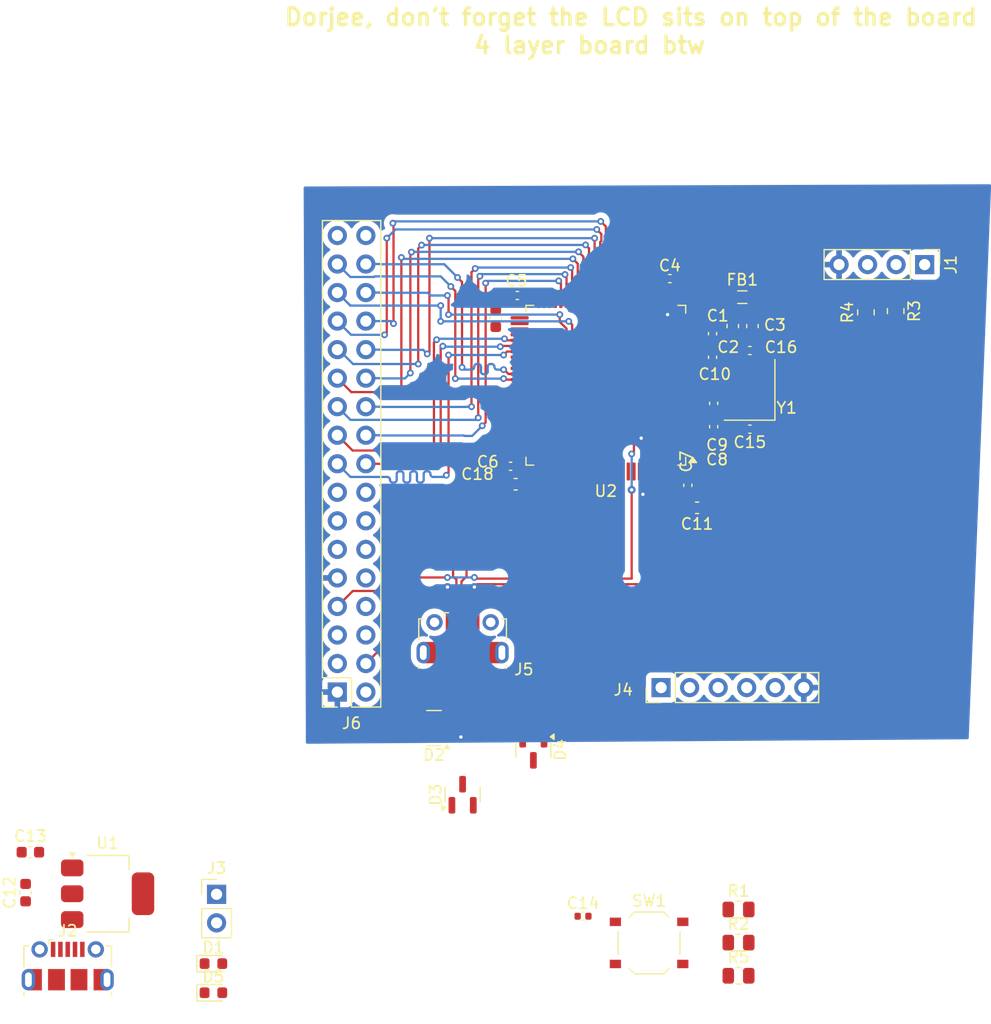
<source format=kicad_pcb>
(kicad_pcb (version 20241229) (generator "pcbnew") (generator_version "9.0")
  (layers (0 "F.Cu" signal) (4 "In1.Cu" signal) (6 "In2.Cu" signal) (2 "B.Cu" power) (13 "F.Paste" user) (15 "B.Paste" user) (5 "F.SilkS" user "F.Silkscreen") (7 "B.SilkS" user "B.Silkscreen") (1 "F.Mask" user) (3 "B.Mask" user) (25 "Edge.Cuts" user))
  (net 0 "")
  (net 1 "GND")
  (net 2 "+3.3VA")
  (net 3 "+3.3V")
  (net 4 "+5V")
  (net 5 "/SWD_NRST")
  (net 6 "/HSE_IN")
  (net 7 "/HSE_OUT")
  (net 8 "/VCAP1")
  (net 9 "/VCAP2")
  (net 10 "Net-(D1-K)")
  (net 11 "/USB_OTG_FS_VBUS")
  (net 12 "/USB_OTG_FS_D-")
  (net 13 "/USB_OTG_FS_D+")
  (net 14 "Net-(D5-A)")
  (net 15 "/USART2_RX")
  (net 16 "/USART2_TX")
  (net 26 "/SWDIO")
  (net 36 "/FMC_A16")
  (net 38 "/FMC_NOE")
  (net 39 "/LCD_NRST")
  (net 40 "/FMC_D12")
  (net 42 "/FMC_D14")
  (net 43 "/FMC_D13")
  (net 44 "/FMC_D9")
  (net 45 "/FMC_D6")
  (net 46 "/TP_SDI")
  (net 47 "/FMC_D8")
  (net 48 "/TP_IRQ")
  (net 49 "/FMC_NE1")
  (net 50 "/FMC_D7")
  (net 51 "/FMC_D3")
  (net 52 "/FMC_D15")
  (net 53 "/TP_SCK")
  (net 55 "/TP_CS")
  (net 56 "/FMC_D5")
  (net 57 "/BL_PWM")
  (net 58 "/FMC_D1")
  (net 59 "/TP_SDO")
  (net 60 "/FMC_D4")
  (net 61 "/FMC_D11")
  (net 62 "/FMC_D10")
  (net 63 "/FMC_D2")
  (net 64 "/FMC_NWE")
  (net 65 "/FMC_D0")
  (net 66 "/BOOT0")
  (net 67 "Net-(U2-PC9)")
  (net 109 "/SWDO")
  (net 110 "/SWDCLK")
  (net 113 "Net-(J1-Pin_3)")
  (net 114 "Net-(J1-Pin_2)")
  (footprint "Capacitor_SMD:C_0402_1005Metric" (layer "F.Cu") (at 192.5 77.5 -90)
    (property "Reference" "C9")
    (property "Value" "100n")
  )
  (footprint "Capacitor_SMD:C_0603_1608Metric" (layer "F.Cu") (at 131.675 117.45)
    (property "Reference" "C13")
    (property "Value" "22u")
  )
  (footprint "Button_Switch_SMD:SW_Push_1P1T_XKB_TS-1187A" (layer "F.Cu") (at 186.75 125.525)
    (property "Reference" "SW1")
    (property "Value" "SW_Push")
  )
  (footprint "Resistor_SMD:R_0805_2012Metric" (layer "F.Cu") (at 208.7 69.2875 -90)
    (property "Reference" "R3")
    (property "Value" "220R")
  )
  (footprint "Connector_USB:USB_Micro-B_Molex-105017-0001" (layer "F.Cu") (at 170.15 98.45)
    (property "Reference" "J5")
    (property "Value" "USB_B_Micro")
  )
  (footprint "Capacitor_SMD:C_0402_1005Metric" (layer "F.Cu") (at 195.72 79.8 180)
    (property "Reference" "C15")
    (property "Value" "10p")
  )
  (footprint "Resistor_SMD:R_0805_2012Metric" (layer "F.Cu") (at 194.7125 125.5)
    (property "Reference" "R2")
    (property "Value" "10k")
  )
  (footprint "Resistor_SMD:R_0805_2012Metric" (layer "F.Cu") (at 194.7125 128.45)
    (property "Reference" "R5")
    (property "Value" "1k")
  )
  (footprint "Crystal:Crystal_SMD_3225-4Pin_3.2x2.5mm_HandSoldering" (layer "F.Cu") (at 195.7 76.3 90)
    (property "Reference" "Y1")
    (property "Value" "16MHz")
  )
  (footprint "Capacitor_SMD:C_0603_1608Metric" (layer "F.Cu") (at 194.2 70.625 -90)
    (property "Reference" "C2")
    (property "Value" "10u")
  )
  (footprint "Capacitor_SMD:C_0603_1608Metric" (layer "F.Cu") (at 131.25 121.05 90)
    (property "Reference" "C12")
    (property "Value" "22u")
  )
  (footprint "LED_SMD:LED_0603_1608Metric" (layer "F.Cu") (at 147.97 127.37)
    (property "Reference" "D1")
    (property "Value" "RED")
  )
  (footprint "Capacitor_SMD:C_0402_1005Metric" (layer "F.Cu") (at 180.87 123.15)
    (property "Reference" "C14")
    (property "Value" "100n")
  )
  (footprint "Capacitor_SMD:C_0402_1005Metric" (layer "F.Cu") (at 192.5 79.58 90)
    (property "Reference" "C8")
    (property "Value" "100n")
  )
  (footprint "Package_TO_SOT_SMD:SOT-23" (layer "F.Cu") (at 167.6 106.4 180)
    (property "Reference" "D2")
    (property "Value" "P6SMB6.8")
  )
  (footprint "Capacitor_SMD:C_0402_1005Metric" (layer "F.Cu") (at 195.72 72.8)
    (property "Reference" "C16")
    (property "Value" "10p")
  )
  (footprint "Capacitor_SMD:C_0603_1608Metric" (layer "F.Cu") (at 174.875 84.7 180)
    (property "Reference" "C18")
    (property "Value" "2u2")
  )
  (footprint "LED_SMD:LED_0603_1608Metric" (layer "F.Cu") (at 147.97 129.96)
    (property "Reference" "D5")
    (property "Value" "GREEN")
  )
  (footprint "Package_TO_SOT_SMD:SOT-23" (layer "F.Cu") (at 176.45 108.3375 -90)
    (property "Reference" "D4")
    (property "Value" "P6SMB6.8")
  )
  (footprint "Capacitor_SMD:C_0402_1005Metric" (layer "F.Cu") (at 175.02 67.9 180)
    (property "Reference" "C5")
    (property "Value" "100n")
  )
  (footprint "Connector_USB:USB_Micro-B_Molex-105017-0001" (layer "F.Cu") (at 135 127.5625)
    (property "Reference" "J2")
    (property "Value" "USB_B_Micro")
  )
  (footprint "Package_QFP:LQFP-100_14x14mm_P0.5mm" (layer "F.Cu") (at 182.9 75.89 180)
    (property "Reference" "U2")
    (property "Value" "STM32F429VITx")
  )
  (footprint "Package_TO_SOT_SMD:SOT-223-3_TabPin2" (layer "F.Cu") (at 138.55 121.15)
    (property "Reference" "U1")
    (property "Value" "AMS1117-3.3")
  )
  (footprint "Capacitor_SMD:C_0402_1005Metric" (layer "F.Cu") (at 188.6 66.4)
    (property "Reference" "C4")
    (property "Value" "100n")
  )
  (footprint "Capacitor_SMD:C_0402_1005Metric" (layer "F.Cu") (at 192.4 71.3 -90)
    (property "Reference" "C1")
    (property "Value" "100n")
  )
  (footprint "Connector_PinHeader_2.54mm:PinHeader_1x02_P2.54mm_Vertical" (layer "F.Cu") (at 148.25 121.2)
    (property "Reference" "J3")
    (property "Value" "Conn_01x02")
  )
  (footprint "Capacitor_SMD:C_0402_1005Metric" (layer "F.Cu") (at 190.2 84.8 -90)
    (property "Reference" "C7")
    (property "Value" "100n")
  )
  (footprint "Connector_PinHeader_2.54mm:PinHeader_1x06_P2.54mm_Vertical" (layer "F.Cu") (at 187.82 102.8 90)
    (property "Reference" "J4")
    (property "Value" "Conn_01x06")
  )
  (footprint "Connector_PinHeader_2.54mm:PinHeader_1x04_P2.54mm_Vertical" (layer "F.Cu") (at 211.28 65.15 -90)
    (property "Reference" "J1")
    (property "Value" "Conn_01x04")
  )
  (footprint "Capacitor_SMD:C_0402_1005Metric" (layer "F.Cu") (at 174.42 83.1 180)
    (property "Reference" "C6")
    (property "Value" "100n")
  )
  (footprint "Capacitor_SMD:C_0402_1005Metric" (layer "F.Cu") (at 192.4 73.4 90)
    (property "Reference" "C10")
    (property "Value" "100n")
  )
  (footprint "Capacitor_SMD:C_0603_1608Metric" (layer "F.Cu") (at 195.95 70.625 -90)
    (property "Reference" "C3")
    (property "Value" "1u")
  )
  (footprint "Inductor_SMD:L_0805_2012Metric_Pad1.05x1.20mm_HandSolder" (layer "F.Cu") (at 195.05 68.05)
    (property "Reference" "FB1")
    (property "Value" "120R")
  )
  (footprint "Capacitor_SMD:C_0603_1608Metric" (layer "F.Cu") (at 191.025 86.8 180)
    (property "Reference" "C11")
    (property "Value" "10u")
  )
  (footprint "Package_TO_SOT_SMD:SOT-23" (layer "F.Cu") (at 170.15 112.3375 90)
    (property "Reference" "D3")
    (property "Value" "P6SMB6.8")
  )
  (footprint "Capacitor_SMD:C_0603_1608Metric" (layer "F.Cu") (at 173.1 69.925 -90)
    (property "Reference" "C17" (hide yes))
    (property "Value" "2u2" (hide yes))
  )
  (footprint "Resistor_SMD:R_0805_2012Metric" (layer "F.Cu") (at 206.05 69.4 90)
    (property "Reference" "R4")
    (property "Value" "220R")
  )
  (footprint "Resistor_SMD:R_0805_2012Metric" (layer "F.Cu") (at 194.7125 122.55)
    (property "Reference" "R1")
    (property "Value" "1k")
  )
  (footprint "Connector_PinSocket_2.54mm:PinSocket_2x17_P2.54mm_Vertical" (layer "F.Cu") (at 159 103.2 180)
    (property "Reference" "J6")
    (property "Value" "2x17 odd-even connector")
  )
  (gr_text "4 layer board btw\n" (at 171 46.5 0) (layer "F.SilkS") (effects (font (size 1.5 1.5) (thickness 0.3) (bold yes)) (justify left bottom)))
  (gr_text "Dorjee, don't forget the LCD sits on top of the board" (at 154.15 44 0) (layer "F.SilkS") (effects (font (size 1.5 1.5) (thickness 0.3) (bold yes)) (justify left bottom)))
  (segment (start 169.85 107.35) (end 170 107.2) (width 0.2) (layer "F.Cu") (net 1))
  (segment (start 188.4 68.215) (end 188.4 69.6) (width 0.2) (layer "F.Cu") (net 1))
  (segment (start 168.5375 107.35) (end 169.85 107.35) (width 0.2) (layer "F.Cu") (net 1))
  (via (at 188.4 69.6) (size 0.6) (drill 0.3) (layers "F.Cu" "B.Cu") (net 1))
  (via (at 170 107.2) (size 0.6) (drill 0.3) (layers "F.Cu" "B.Cu") (net 1))
  (segment (start 169.5 96.9875) (end 169.5 95.974999) (width 0.2) (layer "F.Cu") (net 12))
  (segment (start 169.6 91.045532) (end 169.6 83.481802) (width 0.2) (layer "F.Cu") (net 12))
  (segment (start 169.5 95.974999) (end 169.6 95.874999) (width 0.2) (layer "F.Cu") (net 12))
  (segment (start 169.299 91.346532) (end 169.6 91.045532) (width 0.2) (layer "F.Cu") (net 12))
  (segment (start 169.6 93.204468) (end 169.299 92.903468) (width 0.2) (layer "F.Cu") (net 12))
  (segment (start 174.024999 79.39) (end 175.225 79.39) (width 0.2) (layer "F.Cu") (net 12))
  (segment (start 173.666802 79.415) (end 173.999999 79.415) (width 0.2) (layer "F.Cu") (net 12))
  (segment (start 169.299 92.903468) (end 169.299 91.346532) (width 0.2) (layer "F.Cu") (net 12))
  (segment (start 169.6 95.874999) (end 169.6 93.204468) (width 0.2) (layer "F.Cu") (net 12))
  (segment (start 173.999999 79.415) (end 174.024999 79.39) (width 0.2) (layer "F.Cu") (net 12))
  (segment (start 169.6 83.481802) (end 173.666802 79.415) (width 0.2) (layer "F.Cu") (net 12))
  (segment (start 173.999999 79.865) (end 174.024999 79.89) (width 0.2) (layer "F.Cu") (net 13))
  (segment (start 170.05 95.874999) (end 170.05 93.354468) (width 0.2) (layer "F.Cu") (net 13))
  (segment (start 170.501 91.346532) (end 170.05 90.895532) (width 0.2) (layer "F.Cu") (net 13))
  (segment (start 173.853198 79.865) (end 173.999999 79.865) (width 0.2) (layer "F.Cu") (net 13))
  (segment (start 170.05 93.354468) (end 170.501 92.903468) (width 0.2) (layer "F.Cu") (net 13))
  (segment (start 170.05 83.668198) (end 173.853198 79.865) (width 0.2) (layer "F.Cu") (net 13))
  (segment (start 174.024999 79.89) (end 175.225 79.89) (width 0.2) (layer "F.Cu") (net 13))
  (segment (start 170.501 92.903468) (end 170.501 91.346532) (width 0.2) (layer "F.Cu") (net 13))
  (segment (start 170.15 95.974999) (end 170.05 95.874999) (width 0.2) (layer "F.Cu") (net 13))
  (segment (start 170.05 90.895532) (end 170.05 83.668198) (width 0.2) (layer "F.Cu") (net 13))
  (segment (start 170.15 96.9875) (end 170.15 95.974999) (width 0.2) (layer "F.Cu") (net 13))
  (segment (start 178.9 68.215) (end 178.9 66.8) (width 0.2) (layer "F.Cu") (net 40))
  (segment (start 172.2 79.2) (end 171.9 79.5) (width 0.2) (layer "F.Cu") (net 40))
  (segment (start 178.9 66.8) (end 178.7 66.6) (width 0.2) (layer "F.Cu") (net 40))
  (segment (start 172.2 66.8) (end 172.2 79.2) (width 0.2) (layer "F.Cu") (net 40))
  (via (at 172.2 66.8) (size 0.6) (drill 0.3) (layers "F.Cu" "B.Cu") (net 40))
  (via (at 171.9 79.5) (size 0.6) (drill 0.3) (layers "F.Cu" "B.Cu") (net 40))
  (via (at 178.7 66.6) (size 0.6) (drill 0.3) (layers "F.Cu" "B.Cu") (net 40))
  (segment (start 162.8 80.36) (end 162.78 80.34) (width 0.2) (layer "B.Cu") (net 40))
  (segment (start 171.9 79.5) (end 171 80.4) (width 0.2) (layer "B.Cu") (net 40))
  (segment (start 170.26 80.36) (end 162.8 80.36) (width 0.2) (layer "B.Cu") (net 40))
  (segment (start 170.3 80.4) (end 170.26 80.36) (width 0.2) (layer "B.Cu") (net 40))
  (segment (start 172.4 66.6) (end 172.2 66.8) (width 0.2) (layer "B.Cu") (net 40))
  (segment (start 162.78 80.34) (end 161.54 80.34) (width 0.2) (layer "B.Cu") (net 40))
  (segment (start 178.7 66.6) (end 172.4 66.6) (width 0.2) (layer "B.Cu") (net 40))
  (segment (start 171 80.4) (end 170.3 80.4) (width 0.2) (layer "B.Cu") (net 40))
  (segment (start 168.199 72.603405) (end 168.199 82.501) (width 0.2) (layer "F.Cu") (net 42))
  (segment (start 175.225 72.39) (end 173.570103 72.39) (width 0.2) (layer "F.Cu") (net 42))
  (segment (start 162.8 82.9) (end 162.78 82.88) (width 0.2) (layer "F.Cu") (net 42))
  (segment (start 167.8 82.9) (end 162.8 82.9) (width 0.2) (layer "F.Cu") (net 42))
  (segment (start 162.78 82.88) (end 161.54 82.88) (width 0.2) (layer "F.Cu") (net 42))
  (segment (start 168.199 82.501) (end 167.8 82.9) (width 0.2) (layer "F.Cu") (net 42))
  (segment (start 173.570103 72.39) (end 173.502887 72.457216) (width 0.2) (layer "F.Cu") (net 42))
  (segment (start 168.388401 72.414004) (end 168.199 72.603405) (width 0.2) (layer "F.Cu") (net 42))
  (via (at 173.502887 72.457216) (size 0.6) (drill 0.3) (layers "F.Cu" "B.Cu") (net 42))
  (via (at 168.388401 72.414004) (size 0.6) (drill 0.3) (layers "F.Cu" "B.Cu") (net 42))
  (segment (start 173.502887 72.457216) (end 168.431613 72.457216) (width 0.2) (layer "B.Cu") (net 42))
  (segment (start 168.431613 72.457216) (end 168.388401 72.414004) (width 0.2) (layer "B.Cu") (net 42))
  (segment (start 175.225 71.89) (end 174.017995 71.89) (width 0.2) (layer "F.Cu") (net 43))
  (segment (start 167.6 72.071399) (end 167.6 81.2) (width 0.2) (layer "F.Cu") (net 43))
  (segment (start 167.6 81.2) (end 167.1 81.7) (width 0.2) (layer "F.Cu") (net 43))
  (segment (start 167.837342 71.834057) (end 167.6 72.071399) (width 0.2) (layer "F.Cu") (net 43))
  (segment (start 160.36 81.7) (end 159 80.34) (width 0.2) (layer "F.Cu") (net 43))
  (segment (start 167.1 81.7) (end 160.36 81.7) (width 0.2) (layer "F.Cu") (net 43))
  (segment (start 174.017995 71.89) (end 173.87929 71.751295) (width 0.2) (layer "F.Cu") (net 43))
  (via (at 173.87929 71.751295) (size 0.6) (drill 0.3) (layers "F.Cu" "B.Cu") (net 43))
  (via (at 167.837342 71.834057) (size 0.6) (drill 0.3) (layers "F.Cu" "B.Cu") (net 43))
  (segment (start 173.87929 71.751295) (end 167.920104 71.751295) (width 0.2) (layer "B.Cu") (net 43))
  (segment (start 167.920104 71.751295) (end 167.837342 71.834057) (width 0.2) (layer "B.Cu") (net 43))
  (segment (start 180.4 65.071676) (end 179.966207 64.637883) (width 0.2) (layer "F.Cu") (net 44))
  (segment (start 164.4 76.5) (end 160.24 76.5) (width 0.2) (layer "F.Cu") (net 44))
  (segment (start 180.4 68.215) (end 180.4 65.071676) (width 0.2) (layer "F.Cu") (net 44))
  (segment (start 160.24 76.5) (end 159 75.26) (width 0.2) (layer "F.Cu") (net 44))
  (segment (start 164.7 64.52) (end 164.7 76.2) (width 0.2) (layer "F.Cu") (net 44))
  (segment (start 164.7 76.2) (end 164.4 76.5) (width 0.2) (layer "F.Cu") (net 44))
  (via (at 164.7 64.52) (size 0.6) (drill 0.3) (layers "F.Cu" "B.Cu") (net 44))
  (via (at 179.966207 64.637883) (size 0.6) (drill 0.3) (layers "F.Cu" "B.Cu") (net 44))
  (segment (start 164.817883 64.637883) (end 164.7 64.52) (width 0.2) (layer "B.Cu") (net 44))
  (segment (start 179.966207 64.637883) (end 164.817883 64.637883) (width 0.2) (layer "B.Cu") (net 44))
  (segment (start 181.9 68.215) (end 181.9 62.8) (width 0.2) (layer "F.Cu") (net 45))
  (segment (start 167.2 62.8) (end 167.2 72.9) (width 0.2) (layer "F.Cu") (net 45))
  (segment (start 167.2 72.9) (end 167 73.1) (width 0.2) (layer "F.Cu") (net 45))
  (via (at 181.9 62.8) (size 0.6) (drill 0.3) (layers "F.Cu" "B.Cu") (net 45))
  (via (at 167 73.1) (size 0.6) (drill 0.3) (layers "F.Cu" "B.Cu") (net 45))
  (via (at 167.2 62.8) (size 0.6) (drill 0.3) (layers "F.Cu" "B.Cu") (net 45))
  (segment (start 162.8 72.74) (end 162.78 72.72) (width 0.2) (layer "B.Cu") (net 45))
  (segment (start 166.64 72.74) (end 162.8 72.74) (width 0.2) (layer "B.Cu") (net 45))
  (segment (start 162.78 72.72) (end 161.54 72.72) (width 0.2) (layer "B.Cu") (net 45))
  (segment (start 181.9 62.8) (end 167.2 62.8) (width 0.2) (layer "B.Cu") (net 45))
  (segment (start 167 73.1) (end 166.64 72.74) (width 0.2) (layer "B.Cu") (net 45))
  (segment (start 185.949 68.215) (end 185.949 68.2) (width 0.2) (layer "F.Cu") (net 46))
  (segment (start 168.349997 93.850003) (end 161.54 100.66) (width 0.2) (layer "F.Cu") (net 46))
  (segment (start 185.9 68.215) (end 185.9 80.45) (width 0.2) (layer "F.Cu") (net 46))
  (segment (start 185.9 80.45) (end 186.05 80.6) (width 0.2) (layer "F.Cu") (net 46))
  (segment (start 171.450003 93.6) (end 171.2 93.850003) (width 0.2) (layer "F.Cu") (net 46))
  (segment (start 168.8 93.850003) (end 168.349997 93.850003) (width 0.2) (layer "F.Cu") (net 46))
  (segment (start 185.9 68.215) (end 185.949 68.215) (width 0.2) (layer "F.Cu") (net 46))
  (segment (start 186.2 93.6) (end 171.450003 93.6) (width 0.2) (layer "F.Cu") (net 46))
  (segment (start 186.2 85.6) (end 186.2 93.6) (width 0.2) (layer "F.Cu") (net 46))
  (via (at 171.2 93.850003) (size 0.7) (drill 0.3) (layers "F.Cu" "B.Cu") (net 46))
  (via (at 186.05 80.6) (size 0.7) (drill 0.3) (layers "F.Cu" "B.Cu") (net 46))
  (via (at 186.2 85.6) (size 0.7) (drill 0.3) (layers "F.Cu" "B.Cu") (net 46))
  (via (at 168.8 93.850003) (size 0.7) (drill 0.3) (layers "F.Cu" "B.Cu") (net 46))
  (segment (start 186.05 80.6) (end 186.05 85.45) (width 0.2) (layer "B.Cu") (net 46))
  (segment (start 186.05 85.45) (end 186.2 85.6) (width 0.2) (layer "B.Cu") (net 46))
  (segment (start 171.2 93.850003) (end 168.8 93.850003) (width 0.2) (layer "B.Cu") (net 46))
  (segment (start 180.9 68.215) (end 180.9 64.446737) (width 0.2) (layer "F.Cu") (net 47))
  (segment (start 180.9 64.446737) (end 180.468423 64.01516) (width 0.2) (layer "F.Cu") (net 47))
  (segment (start 165.5 64.137883) (end 165.5 74.8) (width 0.2) (layer "F.Cu") (net 47))
  (segment (start 165.6 64.037883) (end 165.5 64.137883) (width 0.2) (layer "F.Cu") (net 47))
  (via (at 165.6 64.037883) (size 0.6) (drill 0.3) (layers "F.Cu" "B.Cu") (net 47))
  (via (at 180.468423 64.01516) (size 0.6) (drill 0.3) (layers "F.Cu" "B.Cu") (net 47))
  (via (at 165.5 74.8) (size 0.6) (drill 0.3) (layers "F.Cu" "B.Cu") (net 47))
  (segment (start 165.02 75.28) (end 162.8 75.28) (width 0.2) (layer "B.Cu") (net 47))
  (segment (start 162.78 75.26) (end 161.54 75.26) (width 0.2) (layer "B.Cu") (net 47))
  (segment (start 162.8 75.28) (end 162.78 75.26) (width 0.2) (layer "B.Cu") (net 47))
  (segment (start 165.5 74.8) (end 165.02 75.28) (width 0.2) (layer "B.Cu") (net 47))
  (segment (start 180.468423 64.01516) (end 165.622723 64.01516) (width 0.2) (layer "B.Cu") (net 47))
  (segment (start 165.622723 64.01516) (end 165.6 64.037883) (width 0.2) (layer "B.Cu") (net 47))
  (segment (start 185.2 93.1) (end 171.3 93.1) (width 0.2) (layer "F.Cu") (net 48))
  (segment (start 165.4 93) (end 164.2 94.2) (width 0.2) (layer "F.Cu") (net 48))
  (segment (start 185.4 68.215) (end 185.4 81.8) (width 0.2) (layer "F.Cu") (net 48))
  (segment (start 171.3 93.1) (end 171.2 93) (width 0.2) (layer "F.Cu") (net 48))
  (segment (start 164.2 94.2) (end 160.38 94.2) (width 0.2) (layer "F.Cu") (net 48))
  (segment (start 160.38 94.2) (end 159 95.58) (width 0.2) (layer "F.Cu") (net 48))
  (segment (start 185.4 81.8) (end 185.2 82) (width 0.2) (layer "F.Cu") (net 48))
  (segment (start 168.8 93) (end 165.4 93) (width 0.2) (layer "F.Cu") (net 48))
  (segment (start 185.2 85.2) (end 185.2 93.1) (width 0.2) (layer "F.Cu") (net 48))
  (via (at 171.2 93) (size 0.6) (drill 0.3) (layers "F.Cu" "B.Cu") (net 48))
  (via (at 185.2 85.2) (size 0.7) (drill 0.3) (layers "F.Cu" "B.Cu") (net 48))
  (via (at 168.8 93) (size 0.6) (drill 0.3) (layers "F.Cu" "B.Cu") (net 48))
  (via (at 185.2 82) (size 0.6) (drill 0.3) (layers "F.Cu" "B.Cu") (net 48))
  (segment (start 185.2 82) (end 185.2 85.2) (width 0.2) (layer "B.Cu") (net 48))
  (segment (start 171.2 93) (end 168.8 93) (width 0.2) (layer "B.Cu") (net 48))
  (segment (start 166.2 63.71516) (end 166.2 74) (width 0.2) (layer "F.Cu") (net 50))
  (segment (start 181.4 63.7) (end 181.1 63.4) (width 0.2) (layer "F.Cu") (net 50))
  (segment (start 181.4 68.215) (end 181.4 63.7) (width 0.2) (layer "F.Cu") (net 50))
  (segment (start 166.5 63.41516) (end 166.2 63.71516) (width 0.2) (layer "F.Cu") (net 50))
  (via (at 166.2 74) (size 0.6) (drill 0.3) (layers "F.Cu" "B.Cu") (net 50))
  (via (at 166.5 63.41516) (size 0.6) (drill 0.3) (layers "F.Cu" "B.Cu") (net 50))
  (via (at 181.1 63.4) (size 0.6) (drill 0.3) (layers "F.Cu" "B.Cu") (net 50))
  (segment (start 159.12 72.72) (end 159 72.72) (width 0.2) (layer "B.Cu") (net 50))
  (segment (start 166.51516 63.4) (end 166.5 63.41516) (width 0.2) (layer "B.Cu") (net 50))
  (segment (start 160.4 74) (end 159.12 72.72) (width 0.2) (layer "B.Cu") (net 50))
  (segment (start 181.1 63.4) (end 166.51516 63.4) (width 0.2) (layer "B.Cu") (net 50))
  (segment (start 166.2 74) (end 160.4 74) (width 0.2) (layer "B.Cu") (net 50))
  (segment (start 179.9 70.5) (end 179.6 70.2) (width 0.2) (layer "F.Cu") (net 51))
  (segment (start 179.9 83.565) (end 179.9 70.5) (width 0.2) (layer "F.Cu") (net 51))
  (via (at 168.2 70.2) (size 0.6) (drill 0.3) (layers "F.Cu" "B.Cu") (net 51))
  (via (at 179.6 70.2) (size 0.6) (drill 0.3) (layers "F.Cu" "B.Cu") (net 51))
  (via (at 168.2 68.8) (size 0.6) (drill 0.3) (layers "F.Cu" "B.Cu") (net 51))
  (segment (start 160.16 68.8) (end 160.08 68.72) (width 0.2) (layer "B.Cu") (net 51))
  (segment (start 168.2 68.8) (end 160.16 68.8) (width 0.2) (layer "B.Cu") (net 51))
  (segment (start 168.2 70.2) (end 168.2 68.8) (width 0.2) (layer "B.Cu") (net 51))
  (segment (start 168.6 70.2) (end 168.2 70.2) (width 0.2) (layer "B.Cu") (net 51))
  (segment (start 160.171 68.811) (end 160.08 68.72) (width 0.2) (layer "B.Cu") (net 51))
  (segment (start 179.6 70.2) (end 168.6 70.2) (width 0.2) (layer "B.Cu") (net 51))
  (segment (start 160.08 68.72) (end 159 67.64) (width 0.2) (layer "B.Cu") (net 51))
  (segment (start 168.9 83.7) (end 168.7 83.9) (width 0.2) (layer "F.Cu") (net 52))
  (segment (start 174.11 72.89) (end 173.8 73.2) (width 0.2) (layer "F.Cu") (net 52))
  (segment (start 168.9 73.2) (end 168.9 83.7) (width 0.2) (layer "F.Cu") (net 52))
  (segment (start 175.225 72.89) (end 174.11 72.89) (width 0.2) (layer "F.Cu") (net 52))
  (via (at 168.9 73.2) (size 0.6) (drill 0.3) (layers "F.Cu" "B.Cu") (net 52))
  (via (at 168.7 83.9) (size 0.6) (drill 0.3) (layers "F.Cu" "B.Cu") (net 52))
  (via (at 173.8 73.2) (size 0.6) (drill 0.3) (layers "F.Cu" "B.Cu") (net 52))
  (segment (start 164.287218 84.051) (end 164.287218 84.291) (width 0.2) (layer "B.Cu") (net 52))
  (segment (start 168.7 83.9) (end 168.549 84.051) (width 0.2) (layer "B.Cu") (net 52))
  (segment (start 165.487218 84.051) (end 165.487218 84.311) (width 0.2) (layer "B.Cu") (net 52))
  (segment (start 165.247218 84.551) (end 165.127218 84.551) (width 0.2) (layer "B.Cu") (net 52))
  (segment (start 165.847218 83.551) (end 165.727218 83.551) (width 0.2) (layer "B.Cu") (net 52))
  (segment (start 166.087218 84.311) (end 166.087218 84.051) (width 0.2) (layer "B.Cu") (net 52))
  (segment (start 163.687218 84.311) (end 163.687218 84.291) (width 0.2) (layer "B.Cu") (net 52))
  (segment (start 162.503043 84.051) (end 160.171 84.051) (width 0.2) (layer "B.Cu") (net 52))
  (segment (start 166.687218 83.811) (end 166.687218 84.051) (width 0.2) (layer "B.Cu") (net 52))
  (segment (start 166.687218 83.791) (end 166.687218 83.811) (width 0.2) (layer "B.Cu") (net 52))
  (segment (start 164.047218 84.551) (end 163.927218 84.551) (width 0.2) (layer "B.Cu") (net 52))
  (segment (start 167.047218 83.551) (end 166.927218 83.551) (width 0.2) (layer "B.Cu") (net 52))
  (segment (start 168.549 84.051) (end 167.527218 84.051) (width 0.2) (layer "B.Cu") (net 52))
  (segment (start 166.447218 84.551) (end 166.327218 84.551) (width 0.2) (layer "B.Cu") (net 52))
  (segment (start 166.687218 84.051) (end 166.687218 84.311) (width 0.2) (layer "B.Cu") (net 52))
  (segment (start 164.647218 83.551) (end 164.527218 83.551) (width 0.2) (layer "B.Cu") (net 52))
  (segment (start 163.447218 84.051) (end 163.327218 84.051) (width 0.2) (layer "B.Cu") (net 52))
  (segment (start 160.171 84.051) (end 159 82.88) (width 0.2) (layer "B.Cu") (net 52))
  (segment (start 167.287218 83.811) (end 167.287218 83.791) (width 0.2) (layer "B.Cu") (net 52))
  (segment (start 164.887218 84.051) (end 164.887218 83.791) (width 0.2) (layer "B.Cu") (net 52))
  (segment (start 164.287218 83.791) (end 164.287218 84.051) (width 0.2) (layer "B.Cu") (net 52))
  (segment (start 166.087218 84.051) (end 166.087218 83.791) (width 0.2) (layer "B.Cu") (net 52))
  (segment (start 163.327218 84.051) (end 162.503043 84.051) (width 0.2) (layer "B.Cu") (net 52))
  (segment (start 173.8 73.2) (end 168.9 73.2) (width 0.2) (layer "B.Cu") (net 52))
  (segment (start 165.487218 83.791) (end 165.487218 84.051) (width 0.2) (layer "B.Cu") (net 52))
  (segment (start 164.287218 84.291) (end 164.287218 84.311) (width 0.2) (layer "B.Cu") (net 52))
  (segment (start 164.887218 84.311) (end 164.887218 84.051) (width 0.2) (layer "B.Cu") (net 52))
  (arc (start 167.287218 83.791) (mid 167.216924 83.621294) (end 167.047218 83.551) (width 0.2) (layer "B.Cu") (net 52))
  (arc (start 166.327218 84.551) (mid 166.157512 84.480706) (end 166.087218 84.311) (width 0.2) (layer "B.Cu") (net 52))
  (arc (start 167.527218 84.051) (mid 167.357512 83.980706) (end 167.287218 83.811) (width 0.2) (layer "B.Cu") (net 52))
  (arc (start 164.287218 84.311) (mid 164.216924 84.480706) (end 164.047218 84.551) (width 0.2) (layer "B.Cu") (net 52))
  (arc (start 165.727218 83.551) (mid 165.557512 83.621294) (end 165.487218 83.791) (width 0.2) (layer "B.Cu") (net 52))
  (arc (start 166.927218 83.551) (mid 166.757512 83.621294) (end 166.687218 83.791) (width 0.2) (layer "B.Cu") (net 52))
  (arc (start 166.087218 83.791) (mid 166.016924 83.621294) (end 165.847218 83.551) (width 0.2) (layer "B.Cu") (net 52))
  (arc (start 163.927218 84.551) (mid 163.757512 84.480706) (end 163.687218 84.311) (width 0.2) (layer "B.Cu") (net 52))
  (arc (start 164.887218 83.791) (mid 164.816924 83.621294) (end 164.647218 83.551) (width 0.2) (layer "B.Cu") (net 52))
  (arc (start 165.127218 84.551) (mid 164.957512 84.480706) (end 164.887218 84.311) (width 0.2) (layer "B.Cu") (net 52))
  (arc (start 166.687218 84.311) (mid 166.616924 84.480706) (end 166.447218 84.551) (width 0.2) (layer "B.Cu") (net 52))
  (arc (start 163.687218 84.291) (mid 163.616924 84.121294) (end 163.447218 84.051) (width 0.2) (layer "B.Cu") (net 52))
  (arc (start 165.487218 84.311) (mid 165.416924 84.480706) (end 165.247218 84.551) (width 0.2) (layer "B.Cu") (net 52))
  (arc (start 164.527218 83.551) (mid 164.357512 83.621294) (end 164.287218 83.791) (width 0.2) (layer "B.Cu") (net 52))
  (segment (start 182.4 68.215) (end 182.4 63.149943) (width 0.2) (layer "F.Cu") (net 56))
  (segment (start 163.4 62.8) (end 163.4 71.2) (width 0.2) (layer "F.Cu") (net 56))
  (segment (start 182.501 62.430854) (end 182.09403 62.023884) (width 0.2) (layer "F.Cu") (net 56))
  (segment (start 182.4 63.149943) (end 182.501 63.048943) (width 0.2) (layer "F.Cu") (net 56))
  (segment (start 163.4 71.2) (end 163.2 71.4) (width 0.2) (layer "F.Cu") (net 56))
  (segment (start 182.501 63.048943) (end 182.501 62.430854) (width 0.2) (layer "F.Cu") (net 56))
  (via (at 163.4 62.8) (size 0.6) (drill 0.3) (layers "F.Cu" "B.Cu") (net 56))
  (via (at 163.2 71.4) (size 0.6) (drill 0.3) (layers "F.Cu" "B.Cu") (net 56))
  (via (at 182.09403 62.023884) (size 0.6) (drill 0.3) (layers "F.Cu" "B.Cu") (net 56))
  (segment (start 164.176116 62.023884) (end 163.4 62.8) (width 0.2) (layer "B.Cu") (net 56))
  (segment (start 163.2 71.4) (end 160.22 71.4) (width 0.2) (layer "B.Cu") (net 56))
  (segment (start 182.09403 62.023884) (end 164.176116 62.023884) (width 0.2) (layer "B.Cu") (net 56))
  (segment (start 160.22 71.4) (end 159 70.18) (width 0.2) (layer "B.Cu") (net 56))
  (segment (start 169.5 75.3) (end 169.5 67.5) (width 0.2) (layer "F.Cu") (net 58))
  (segment (start 175.225 75.39) (end 173.89 75.39) (width 0.2) (layer "F.Cu") (net 58))
  (segment (start 173.89 75.39) (end 173.8 75.3) (width 0.2) (layer "F.Cu") (net 58))
  (segment (start 169.5 67.5) (end 169.1 67.1) (width 0.2) (layer "F.Cu") (net 58))
  (via (at 169.1 67.1) (size 0.6) (drill 0.3) (layers "F.Cu" "B.Cu") (net 58))
  (via (at 169.5 75.3) (size 0.6) (drill 0.3) (layers "F.Cu" "B.Cu") (net 58))
  (via (at 173.8 75.3) (size 0.6) (drill 0.3) (layers "F.Cu" "B.Cu") (net 58))
  (segment (start 160.151 66.251) (end 159 65.1) (width 0.2) (layer "B.Cu") (net 58))
  (segment (start 169.1 67.1) (end 168.2 66.2) (width 0.2) (layer "B.Cu") (net 58))
  (segment (start 168.2 66.2) (end 162.309 66.2) (width 0.2) (layer "B.Cu") (net 58))
  (segment (start 162.309 66.2) (end 162.258 66.251) (width 0.2) (layer "B.Cu") (net 58))
  (segment (start 162.258 66.251) (end 160.151 66.251) (width 0.2) (layer "B.Cu") (net 58))
  (segment (start 173.8 75.3) (end 169.5 75.3) (width 0.2) (layer "B.Cu") (net 58))
  (segment (start 164.001 61.524899) (end 164.001 70.399) (width 0.2) (layer "F.Cu") (net 60))
  (segment (start 182.902 61.761321) (end 182.44629 61.305611) (width 0.2) (layer "F.Cu") (net 60))
  (segment (start 182.902 68.213) (end 182.902 61.761321) (width 0.2) (layer "F.Cu") (net 60))
  (segment (start 164.001 70.399) (end 164 70.4) (width 0.2) (layer "F.Cu") (net 60))
  (segment (start 163.945906 61.469805) (end 164.001 61.524899) (width 0.2) (layer "F.Cu") (net 60))
  (segment (start 182.9 68.215) (end 182.902 68.213) (width 0.2) (layer "F.Cu") (net 60))
  (via (at 164 70.4) (size 0.6) (drill 0.3) (layers "F.Cu" "B.Cu") (net 60))
  (via (at 163.945906 61.469805) (size 0.6) (drill 0.3) (layers "F.Cu" "B.Cu") (net 60))
  (via (at 182.44629 61.305611) (size 0.6) (drill 0.3) (layers "F.Cu" "B.Cu") (net 60))
  (segment (start 182.44629 61.305611) (end 164.1101 61.305611) (width 0.2) (layer "B.Cu") (net 60))
  (segment (start 164.1101 61.305611) (end 163.945906 61.469805) (width 0.2) (layer "B.Cu") (net 60))
  (segment (start 163.78 70.18) (end 161.54 70.18) (width 0.2) (layer "B.Cu") (net 60))
  (segment (start 164 70.4) (end 163.78 70.18) (width 0.2) (layer "B.Cu") (net 60))
  (segment (start 171.542228 66.331044) (end 171.542228 78.784456) (width 0.2) (layer "F.Cu") (net 61))
  (segment (start 179.4 68.215) (end 179.4 66.168626) (width 0.2) (layer "F.Cu") (net 61))
  (segment (start 179.4 66.168626) (end 179.265687 66.034313) (width 0.2) (layer "F.Cu") (net 61))
  (segment (start 171.687851 66.185421) (end 171.542228 66.331044) (width 0.2) (layer "F.Cu") (net 61))
  (via (at 171.542228 78.784456) (size 0.6) (drill 0.3) (layers "F.Cu" "B.Cu") (net 61))
  (via (at 171.687851 66.185421) (size 0.6) (drill 0.3) (layers "F.Cu" "B.Cu") (net 61))
  (via (at 179.265687 66.034313) (size 0.6) (drill 0.3) (layers "F.Cu" "B.Cu") (net 61))
  (segment (start 171.542228 78.784456) (end 171.355684 78.971) (width 0.2) (layer "B.Cu") (net 61))
  (segment (start 171.874272 65.999) (end 171.687851 66.185421) (width 0.2) (layer "B.Cu") (net 61))
  (segment (start 179.230374 65.999) (end 171.874272 65.999) (width 0.2) (layer "B.Cu") (net 61))
  (segment (start 171.355684 78.971) (end 160.171 78.971) (width 0.2) (layer "B.Cu") (net 61))
  (segment (start 179.265687 66.034313) (end 179.230374 65.999) (width 0.2) (layer "B.Cu") (net 61))
  (segment (start 160.171 78.971) (end 159 77.8) (width 0.2) (layer "B.Cu") (net 61))
  (segment (start 179.9 65.543234) (end 179.770291 65.413525) (width 0.2) (layer "F.Cu") (net 62))
  (segment (start 179.9 68.215) (end 179.9 65.543234) (width 0.2) (layer "F.Cu") (net 62))
  (segment (start 170.942228 65.832207) (end 170.942228 77.8) (width 0.2) (layer "F.Cu") (net 62))
  (segment (start 171.273125 65.50131) (end 170.942228 65.832207) (width 0.2) (layer "F.Cu") (net 62))
  (via (at 179.770291 65.413525) (size 0.6) (drill 0.3) (layers "F.Cu" "B.Cu") (net 62))
  (via (at 170.942228 77.8) (size 0.6) (drill 0.3) (layers "F.Cu" "B.Cu") (net 62))
  (via (at 171.273125 65.50131) (size 0.6) (drill 0.3) (layers "F.Cu" "B.Cu") (net 62))
  (segment (start 170.5 77.8) (end 170.48 77.82) (width 0.2) (layer "B.Cu") (net 62))
  (segment (start 162.8 77.82) (end 162.78 77.8) (width 0.2) (layer "B.Cu") (net 62))
  (segment (start 170.942228 77.8) (end 170.5 77.8) (width 0.2) (layer "B.Cu") (net 62))
  (segment (start 162.78 77.8) (end 161.54 77.8) (width 0.2) (layer "B.Cu") (net 62))
  (segment (start 179.770291 65.413525) (end 171.36091 65.413525) (width 0.2) (layer "B.Cu") (net 62))
  (segment (start 170.48 77.82) (end 162.8 77.82) (width 0.2) (layer "B.Cu") (net 62))
  (segment (start 171.36091 65.413525) (end 171.273125 65.50131) (width 0.2) (layer "B.Cu") (net 62))
  (segment (start 168.9 69.6) (end 168.9 68) (width 0.2) (layer "F.Cu") (net 63))
  (segment (start 179.4 70.849943) (end 178.8 70.249943) (width 0.2) (layer "F.Cu") (net 63))
  (segment (start 178.8 70.249943) (end 178.8 69.6) (width 0.2) (layer "F.Cu") (net 63))
  (segment (start 179.4 83.565) (end 179.4 70.849943) (width 0.2) (layer "F.Cu") (net 63))
  (segment (start 168.9 68) (end 168.8 67.9) (width 0.2) (layer "F.Cu") (net 63))
  (via (at 168.8 67.9) (size 0.6) (drill 0.3) (layers "F.Cu" "B.Cu") (net 63))
  (via (at 178.8 69.6) (size 0.6) (drill 0.3) (layers "F.Cu" "B.Cu") (net 63))
  (via (at 168.9 69.6) (size 0.6) (drill 0.3) (layers "F.Cu" "B.Cu") (net 63))
  (segment (start 167.06 67.66) (end 162.8 67.66) (width 0.2) (layer "B.Cu") (net 63))
  (segment (start 178.8 69.6) (end 168.9 69.6) (width 0.2) (layer "B.Cu") (net 63))
  (segment (start 168.8 67.9) (end 167.3 67.9) (width 0.2) (layer "B.Cu") (net 63))
  (segment (start 167.3 67.9) (end 167.06 67.66) (width 0.2) (layer "B.Cu") (net 63))
  (segment (start 162.8 67.66) (end 162.78 67.64) (width 0.2) (layer "B.Cu") (net 63))
  (segment (start 162.78 67.64) (end 161.54 67.64) (width 0.2) (layer "B.Cu") (net 63))
  (segment (start 175.225 74.89) (end 174.239943 74.89) (width 0.2) (layer "F.Cu") (net 65))
  (segment (start 173.84994 74.499997) (end 173.8 74.499997) (width 0.2) (layer "F.Cu") (net 65))
  (segment (start 170.1 74.3) (end 170.1 66.7) (width 0.2) (layer "F.Cu") (net 65))
  (segment (start 170.1 66.7) (end 169.7 66.3) (width 0.2) (layer "F.Cu") (net 65))
  (segment (start 174.239943 74.89) (end 173.84994 74.499997) (width 0.2) (layer "F.Cu") (net 65))
  (via (at 170.1 74.3) (size 0.6) (drill 0.3) (layers "F.Cu" "B.Cu") (net 65))
  (via (at 169.7 66.3) (size 0.6) (drill 0.3) (layers "F.Cu" "B.Cu") (net 65))
  (via (at 173.8 74.499997) (size 0.6) (drill 0.3) (layers "F.Cu" "B.Cu") (net 65))
  (segment (start 172.743361 73.999997) (end 172.623361 73.999997) (width 0.2) (layer "B.Cu") (net 65))
  (segment (start 162.78 65.1) (end 161.54 65.1) (width 0.2) (layer "B.Cu") (net 65))
  (segment (start 173.8 74.499997) (end 173.223361 74.499997) (width 0.2) (layer "B.Cu") (net 65))
  (segment (start 172.383361 74.499997) (end 172.383361 74.699997) (width 0.2) (layer "B.Cu") (net 65))
  (segment (start 170.385762 74.499997) (end 170.299997 74.499997) (width 0.2) (layer "B.Cu") (net 65))
  (segment (start 169.7 66.3) (end 168.52 65.12) (width 0.2) (layer "B.Cu") (net 65))
  (segment (start 170.299997 74.499997) (end 170.1 74.3) (width 0.2) (layer "B.Cu") (net 65))
  (segment (start 162.8 65.12) (end 162.78 65.1) (width 0.2) (layer "B.Cu") (net 65))
  (segment (start 172.383361 74.239997) (end 172.383361 74.259997) (width 0.2) (layer "B.Cu") (net 65))
  (segment (start 171.543361 73.999997) (end 171.423361 73.999997) (width 0.2) (layer "B.Cu") (net 65))
  (segment (start 171.783361 74.499997) (end 171.783361 74.259997) (width 0.2) (layer "B.Cu") (net 65))
  (segment (start 171.783361 74.699997) (end 171.783361 74.499997) (width 0.2) (layer "B.Cu") (net 65))
  (segment (start 170.943361 74.499997) (end 170.823361 74.499997) (width 0.2) (layer "B.Cu") (net 65))
  (segment (start 172.383361 74.259997) (end 172.383361 74.499997) (width 0.2) (layer "B.Cu") (net 65))
  (segment (start 171.183361 74.239997) (end 171.183361 74.259997) (width 0.2) (layer "B.Cu") (net 65))
  (segment (start 168.52 65.12) (end 162.8 65.12) (width 0.2) (layer "B.Cu") (net 65))
  (segment (start 171.783361 74.259997) (end 171.783361 74.239997) (width 0.2) (layer "B.Cu") (net 65))
  (segment (start 172.183361 74.899997) (end 171.983361 74.899997) (width 0.2) (layer "B.Cu") (net 65))
  (segment (start 170.823361 74.499997) (end 170.385762 74.499997) (width 0.2) (layer "B.Cu") (net 65))
  (segment (start 172.983361 74.259997) (end 172.983361 74.239997) (width 0.2) (layer "B.Cu") (net 65))
  (arc (start 172.983361 74.239997) (mid 172.913067 74.070291) (end 172.743361 73.999997) (width 0.2) (layer "B.Cu") (net 65))
  (arc (start 171.783361 74.239997) (mid 171.713067 74.070291) (end 171.543361 73.999997) (width 0.2) (layer "B.Cu") (net 65))
  (arc (start 172.623361 73.999997) (mid 172.453655 74.070291) (end 172.383361 74.239997) (width 0.2) (layer "B.Cu") (net 65))
  (arc (start 171.423361 73.999997) (mid 171.253655 74.070291) (end 171.183361 74.239997) (width 0.2) (layer "B.Cu") (net 65))
  (arc (start 173.223361 74.499997) (mid 173.053655 74.429703) (end 172.983361 74.259997) (width 0.2) (layer "B.Cu") (net 65))
  (arc (start 172.383361 74.699997) (mid 172.324782 74.841418) (end 172.183361 74.899997) (width 0.2) (layer "B.Cu") (net 65))
  (arc (start 171.183361 74.259997) (mid 171.113067 74.429703) (end 170.943361 74.499997) (width 0.2) (layer "B.Cu") (net 65))
  (arc (start 171.983361 74.899997) (mid 171.84194 74.841418) (end 171.783361 74.699997) (width 0.2) (layer "B.Cu") (net 65))
  (zone (net 1) (net_name "GND") (layer "B.Cu") (connect_pads (clearance 0.5)) (min_thickness 0.25) (fill yes (thermal_gap 0.5) (thermal_bridge_width 0.5))
    (polygon (pts (xy 217.2 58) (xy 156 58.2) (xy 156.2 107.8) (xy 215.2 107.4)))
  )
)
</source>
